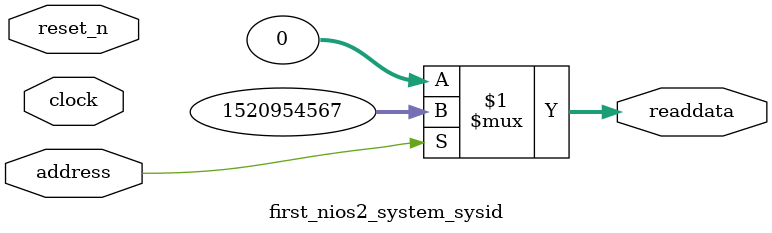
<source format=v>

`timescale 1ns / 1ps
// synthesis translate_on

// turn off superfluous verilog processor warnings 
// altera message_level Level1 
// altera message_off 10034 10035 10036 10037 10230 10240 10030 

module first_nios2_system_sysid (
               // inputs:
                address,
                clock,
                reset_n,

               // outputs:
                readdata
             )
;

  output  [ 31: 0] readdata;
  input            address;
  input            clock;
  input            reset_n;

  wire    [ 31: 0] readdata;
  //control_slave, which is an e_avalon_slave
  assign readdata = address ? 1520954567 : 0;

endmodule




</source>
